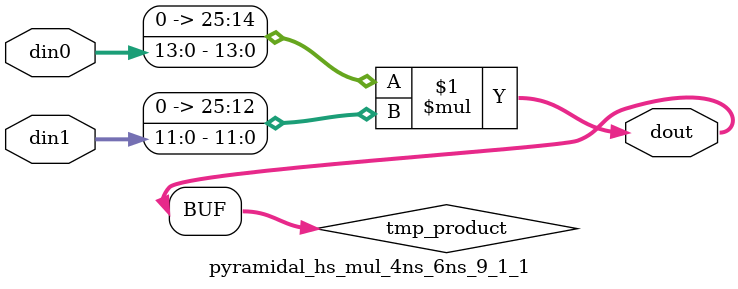
<source format=v>

`timescale 1 ns / 1 ps

 (* DowngradeIPIdentifiedWarnings="yes" *) module pyramidal_hs_mul_4ns_6ns_9_1_1(din0, din1, dout);
parameter ID = 1;
parameter NUM_STAGE = 0;
parameter din0_WIDTH = 14;
parameter din1_WIDTH = 12;
parameter dout_WIDTH = 26;

input [din0_WIDTH - 1 : 0] din0; 
input [din1_WIDTH - 1 : 0] din1; 
output [dout_WIDTH - 1 : 0] dout;

wire signed [dout_WIDTH - 1 : 0] tmp_product;
























assign tmp_product = $signed({1'b0, din0}) * $signed({1'b0, din1});











assign dout = tmp_product;





















endmodule

</source>
